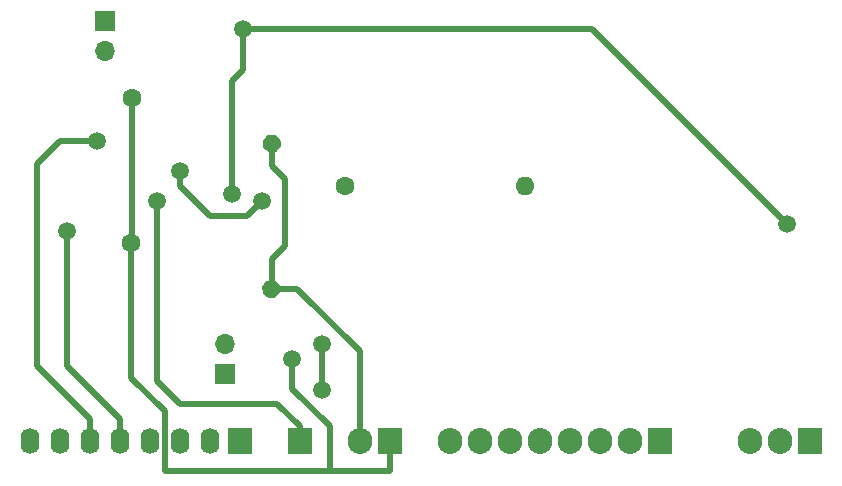
<source format=gbr>
G04 #@! TF.GenerationSoftware,KiCad,Pcbnew,(5.1.8)-1*
G04 #@! TF.CreationDate,2024-01-14T12:36:08+03:00*
G04 #@! TF.ProjectId,Reg,5265672e-6b69-4636-9164-5f7063625858,rev?*
G04 #@! TF.SameCoordinates,Original*
G04 #@! TF.FileFunction,Copper,L2,Bot*
G04 #@! TF.FilePolarity,Positive*
%FSLAX46Y46*%
G04 Gerber Fmt 4.6, Leading zero omitted, Abs format (unit mm)*
G04 Created by KiCad (PCBNEW (5.1.8)-1) date 2024-01-14 12:36:08*
%MOMM*%
%LPD*%
G01*
G04 APERTURE LIST*
G04 #@! TA.AperFunction,ComponentPad*
%ADD10O,1.600000X1.600000*%
G04 #@! TD*
G04 #@! TA.AperFunction,ComponentPad*
%ADD11C,1.600000*%
G04 #@! TD*
G04 #@! TA.AperFunction,ComponentPad*
%ADD12R,2.100000X2.200000*%
G04 #@! TD*
G04 #@! TA.AperFunction,ComponentPad*
%ADD13O,1.600000X2.200000*%
G04 #@! TD*
G04 #@! TA.AperFunction,ComponentPad*
%ADD14O,2.100000X2.200000*%
G04 #@! TD*
G04 #@! TA.AperFunction,ComponentPad*
%ADD15O,1.700000X1.700000*%
G04 #@! TD*
G04 #@! TA.AperFunction,ComponentPad*
%ADD16R,1.700000X1.700000*%
G04 #@! TD*
G04 #@! TA.AperFunction,ViaPad*
%ADD17C,1.500000*%
G04 #@! TD*
G04 #@! TA.AperFunction,Conductor*
%ADD18C,0.500000*%
G04 #@! TD*
G04 APERTURE END LIST*
D10*
X95250000Y-31750000D03*
D11*
X80010000Y-31750000D03*
G04 #@! TA.AperFunction,ComponentPad*
G36*
G01*
X73039861Y-40191498D02*
X73039861Y-40191498D01*
G75*
G02*
X74047920Y-39677867I760845J-247214D01*
G01*
X74047920Y-39677867D01*
G75*
G02*
X74561551Y-40685926I-247214J-760845D01*
G01*
X74561551Y-40685926D01*
G75*
G02*
X73553492Y-41199557I-760845J247214D01*
G01*
X73553492Y-41199557D01*
G75*
G02*
X73039861Y-40191498I247214J760845D01*
G01*
G37*
G04 #@! TD.AperFunction*
X61912500Y-36576000D03*
G04 #@! TA.AperFunction,ComponentPad*
G36*
G01*
X73103361Y-27872498D02*
X73103361Y-27872498D01*
G75*
G02*
X74111420Y-27358867I760845J-247214D01*
G01*
X74111420Y-27358867D01*
G75*
G02*
X74625051Y-28366926I-247214J-760845D01*
G01*
X74625051Y-28366926D01*
G75*
G02*
X73616992Y-28880557I-760845J247214D01*
G01*
X73616992Y-28880557D01*
G75*
G02*
X73103361Y-27872498I247214J760845D01*
G01*
G37*
G04 #@! TD.AperFunction*
X61976000Y-24257000D03*
D12*
X71120000Y-53340000D03*
D13*
X68580000Y-53340000D03*
X66040000Y-53340000D03*
X63500000Y-53340000D03*
X60960000Y-53340000D03*
X58420000Y-53340000D03*
X55880000Y-53340000D03*
X53340000Y-53340000D03*
D14*
X88900000Y-53340000D03*
X91440000Y-53340000D03*
X93980000Y-53340000D03*
X96520000Y-53340000D03*
X99060000Y-53340000D03*
X101600000Y-53340000D03*
X104140000Y-53340000D03*
D12*
X106680000Y-53340000D03*
X83820000Y-53340000D03*
D14*
X81280000Y-53340000D03*
D12*
X119380000Y-53340000D03*
D14*
X116840000Y-53340000D03*
X114300000Y-53340000D03*
D15*
X59690000Y-20320000D03*
D16*
X59690000Y-17780000D03*
X69850000Y-47625000D03*
D15*
X69850000Y-45085000D03*
D12*
X76200000Y-53340000D03*
D17*
X75565000Y-46355000D03*
X59055000Y-27940000D03*
X56515000Y-35560000D03*
X78105000Y-45085000D03*
X78105000Y-48960010D03*
X73025000Y-33020000D03*
X66040000Y-30480000D03*
X64135000Y-33020000D03*
X71437500Y-18415000D03*
X117475000Y-34925000D03*
X70485000Y-32385000D03*
D18*
X61976000Y-36512500D02*
X61912500Y-36576000D01*
X61976000Y-24257000D02*
X61976000Y-36512500D01*
X83820000Y-55880000D02*
X83820000Y-53340000D01*
X64770000Y-50800000D02*
X64770000Y-55880000D01*
X61912500Y-47942500D02*
X64770000Y-50800000D01*
X61912500Y-36576000D02*
X61912500Y-47942500D01*
X78740000Y-55880000D02*
X78740000Y-52070000D01*
X64770000Y-55880000D02*
X78740000Y-55880000D01*
X78740000Y-55880000D02*
X83820000Y-55880000D01*
X75565000Y-46355000D02*
X75565000Y-48895000D01*
X78740000Y-52070000D02*
X75565000Y-48895000D01*
X73864206Y-40375212D02*
X73800706Y-40438712D01*
X73800706Y-40438712D02*
X75998712Y-40438712D01*
X81280000Y-45720000D02*
X81280000Y-53340000D01*
X75998712Y-40438712D02*
X81280000Y-45720000D01*
X73864206Y-30049206D02*
X74930000Y-31115000D01*
X73864206Y-28119712D02*
X73864206Y-30049206D01*
X74930000Y-31115000D02*
X74930000Y-36830000D01*
X74930000Y-36830000D02*
X73864206Y-37895794D01*
X73864206Y-37895794D02*
X73864206Y-40375212D01*
X53975000Y-36830000D02*
X53975000Y-46990000D01*
X58420000Y-51435000D02*
X58420000Y-53340000D01*
X53975000Y-46990000D02*
X58420000Y-51435000D01*
X59055000Y-27940000D02*
X55880000Y-27940000D01*
X55880000Y-27940000D02*
X53975000Y-29845000D01*
X53975000Y-36830000D02*
X53975000Y-29845000D01*
X56515000Y-35560000D02*
X56515000Y-46990000D01*
X60960000Y-51435000D02*
X60960000Y-53340000D01*
X56515000Y-46990000D02*
X60960000Y-51435000D01*
X78105000Y-45085000D02*
X78105000Y-48960010D01*
X73025000Y-33020000D02*
X71755000Y-34290000D01*
X71755000Y-34290000D02*
X69215000Y-34290000D01*
X69215000Y-34290000D02*
X68580000Y-34290000D01*
X68580000Y-34290000D02*
X66040000Y-31750000D01*
X66040000Y-31750000D02*
X66040000Y-30480000D01*
X66040000Y-30480000D02*
X66040000Y-30480000D01*
X74295000Y-50165000D02*
X76200000Y-52070000D01*
X76200000Y-52070000D02*
X76200000Y-53340000D01*
X66040000Y-50165000D02*
X74295000Y-50165000D01*
X64135000Y-48260000D02*
X66040000Y-50165000D01*
X64135000Y-33020000D02*
X64135000Y-48260000D01*
X100965000Y-18415000D02*
X71437500Y-18415000D01*
X117475000Y-34925000D02*
X100965000Y-18415000D01*
X71437500Y-21907500D02*
X71437500Y-18415000D01*
X70485000Y-22860000D02*
X71437500Y-21907500D01*
X70485000Y-32385000D02*
X70485000Y-22860000D01*
M02*

</source>
